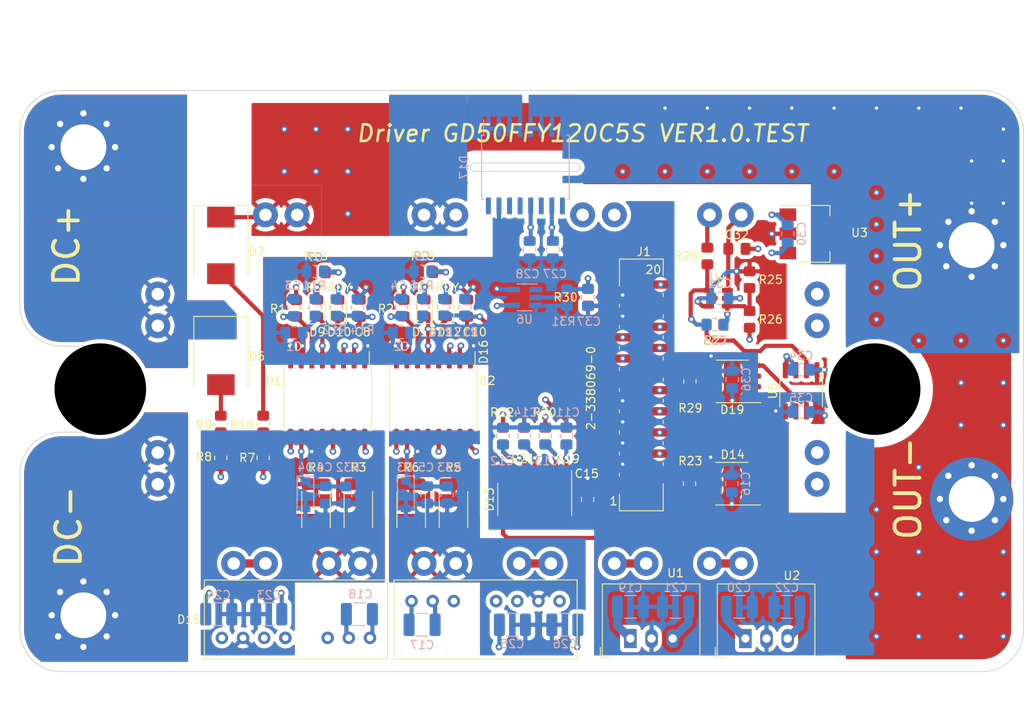
<source format=kicad_pcb>
(kicad_pcb (version 20211014) (generator pcbnew)
  (layers (0 "F.Cu" signal) (1 "In1.Cu" signal) (2 "In2.Cu" signal) (3 "In3.Cu" signal) (4 "In4.Cu" signal) (31 "B.Cu" signal) (34 "B.Paste" user) (35 "F.Paste" user) (36 "B.SilkS" user "B.Silkscreen") (37 "F.SilkS" user "F.Silkscreen") (38 "B.Mask" user) (39 "F.Mask" user) (44 "Edge.Cuts" user))
  (net 0 "")
  (net 1 "GND")
  (net 2 "Net-(C3-Pad2)")
  (net 3 "Net-(C4-Pad2)")
  (net 4 "Net-(C5-Pad1)")
  (net 5 "Net-(C6-Pad1)")
  (net 6 "E2")
  (net 7 "FLT_L1")
  (net 8 "RDY_L1")
  (net 9 "FLT_H1")
  (net 10 "RDY_H1")
  (net 11 "Net-(C11-Pad1)")
  (net 12 "Net-(C12-Pad1)")
  (net 13 "Net-(C13-Pad1)")
  (net 14 "Net-(C14-Pad1)")
  (net 15 "+15V")
  (net 16 "+5V")
  (net 17 "+15V_L1")
  (net 18 "-15V_L1")
  (net 19 "+15V_H1")
  (net 20 "-15V_H1")
  (net 21 "Current")
  (net 22 "+3.3VA")
  (net 23 "Net-(C33-Pad1)")
  (net 24 "Net-(C33-Pad2)")
  (net 25 "PWM2_P")
  (net 26 "PWM2_N")
  (net 27 "Net-(D1-Pad12)")
  (net 28 "Net-(D1-Pad14)")
  (net 29 "G2")
  (net 30 "PWM1_P")
  (net 31 "PWM1_N")
  (net 32 "Net-(D2-Pad12)")
  (net 33 "Net-(D2-Pad14)")
  (net 34 "Net-(D5-Pad2)")
  (net 35 "Net-(D7-Pad2)")
  (net 36 "Net-(D9-Pad2)")
  (net 37 "Net-(D10-Pad2)")
  (net 38 "Net-(D11-Pad2)")
  (net 39 "Net-(D12-Pad2)")
  (net 40 "/Indication/FLT")
  (net 41 "/Indication/RDY")
  (net 42 "Net-(D13-Pad8)")
  (net 47 "Fault_P")
  (net 48 "Fault_N")
  (net 53 "OUT2")
  (net 55 "Net-(D19-Pad4)")
  (net 56 "Temp_P")
  (net 57 "Temp_N")
  (net 58 "+3V3")
  (net 59 "Net-(R10-Pad2)")
  (net 60 "Net-(R8-Pad1)")
  (net 63 "RST_H1")
  (net 64 "Net-(C37-Pad1)")
  (net 65 "Reset")
  (net 66 "Net-(D20-Pad1)")
  (net 67 "G3")
  (net 68 "E3")
  (net 69 "Net-(D20-Pad7)")
  (net 70 "Net-(D20-Pad10)")
  (net 71 "Net-(D20-Pad11)")
  (net 72 "NTC1")
  (net 73 "NTC2")
  (net 74 "OUT2_Sens")
  (net 78 "Net-(D20-Pad27)")
  (net 79 "DESAT_H")
  (net 80 "OUT1")
  (footprint "Package_SO:SOIC-16W_7.5x10.3mm_P1.27mm" (layer "F.Cu") (at 125.857 98.425 -90)
    (fp_text reference "D1")
    (fp_text value "ADUM4135")
  )
  (footprint "Resistor_SMD:R_2512_6332Metric_Pad1.40x3.35mm_HandSolder" (layer "F.Cu") (at 129.54 111.76 90)
    (fp_text reference "R3")
    (fp_text value "3.9")
  )
  (footprint "Package_TO_SOT_SMD:SOT-223" (layer "F.Cu") (at 184.277 78.613)
    (fp_text reference "U3")
    (fp_text value "LM1117GS-3.3")
  )
  (footprint "Resistor_SMD:R_0805_2012Metric_Pad1.20x1.40mm_HandSolder" (layer "F.Cu") (at 146.9136 102.9208 90)
    (fp_text reference "R22")
    (fp_text value "120")
  )
  (footprint "Resistor_SMD:R_0805_2012Metric_Pad1.20x1.40mm_HandSolder" (layer "F.Cu") (at 157.126914 86.2432 -90)
    (fp_text reference "R30")
    (fp_text value "120")
  )
  (footprint "Resistor_SMD:R_0805_2012Metric_Pad1.20x1.40mm_HandSolder" (layer "F.Cu") (at 122.0724 87.5792 -90)
    (fp_text reference "R1")
    (fp_text value "120")
  )
  (footprint "Capacitor_SMD:C_0805_2012Metric_Pad1.18x1.45mm_HandSolder" (layer "F.Cu") (at 142.5956 87.5538 90)
    (fp_text reference "C10")
    (fp_text value "56p")
  )
  (footprint "Converter_DCDC:Converter_DCDC_RECOM_R-78E-0.5_THT" (layer "F.Cu") (at 162.2175 127.254)
    (fp_text reference "U1")
    (fp_text value "R-783.3-1.0")
  )
  (footprint "Resistor_SMD:R_0805_2012Metric_Pad1.20x1.40mm_HandSolder" (layer "F.Cu") (at 113.02 105.537 -90)
    (fp_text reference "R8")
    (fp_text value "1.1k")
  )
  (footprint "Mornsun:WRA1215S-3WR2" (layer "F.Cu") (at 144.9945 122.758)
    (fp_text reference "D16")
    (fp_text value "WRA1215S-3WR2")
  )
  (footprint "Resistor_SMD:R_0805_2012Metric_Pad1.20x1.40mm_HandSolder" (layer "F.Cu") (at 169.3164 108.6452 90)
    (fp_text reference "R23")
    (fp_text value "120")
  )
  (footprint "Resistor_SMD:R_0805_2012Metric_Pad1.20x1.40mm_HandSolder" (layer "F.Cu") (at 154.5336 102.9208 90)
    (fp_text reference "R19")
    (fp_text value "120")
  )
  (footprint "Package_SO:SOIC-8_3.9x4.9mm_P1.27mm" (layer "F.Cu") (at 182.7276 97.4852 -90)
    (fp_text reference "U5")
    (fp_text value "ADuM1200AR")
  )
  (footprint "Package_SO:SOIC-8_3.9x4.9mm_P1.27mm" (layer "F.Cu") (at 174.3964 108.6452 180)
    (fp_text reference "D14")
    (fp_text value "ADM3485E")
  )
  (footprint "Resistor_SMD:R_0805_2012Metric_Pad1.20x1.40mm_HandSolder" (layer "F.Cu") (at 134.9756 87.5538 -90)
    (fp_text reference "R2")
    (fp_text value "120")
  )
  (footprint "Capacitor_SMD:C_0805_2012Metric_Pad1.18x1.45mm_HandSolder" (layer "F.Cu") (at 157.0736 110.5408 90)
    (fp_text reference "C15")
    (fp_text value "2.2u")
  )
  (footprint "Resistor_SMD:R_0805_2012Metric_Pad1.20x1.40mm_HandSolder" (layer "F.Cu") (at 124.6124 83.2612 180)
    (fp_text reference "R13")
    (fp_text value "10k")
  )
  (footprint "Resistor_SMD:R_0805_2012Metric_Pad1.20x1.40mm_HandSolder" (layer "F.Cu") (at 137.5156 83.2358 180)
    (fp_text reference "R15")
    (fp_text value "10k")
  )
  (footprint "Resistor_SMD:R_0805_2012Metric_Pad1.20x1.40mm_HandSolder" (layer "F.Cu") (at 171.45 81.28 90)
    (fp_text reference "R28")
    (fp_text value "2.2k")
  )
  (footprint "Resistor_SMD:R_0805_2012Metric_Pad1.20x1.40mm_HandSolder" (layer "F.Cu") (at 176.53 88.9 90)
    (fp_text reference "R26")
    (fp_text value "10k")
  )
  (footprint "Resistor_SMD:R_2512_6332Metric_Pad1.40x3.35mm_HandSolder" (layer "F.Cu") (at 135.89 111.76 90)
    (fp_text reference "R6")
    (fp_text value "3.9")
  )
  (footprint "Diode_SMD:D_SMC" (layer "F.Cu") (at 113.03 93.345 -90)
    (fp_text reference "D5")
    (fp_text value "MURS360T3G")
  )
  (footprint "Resistor_SMD:R_0805_2012Metric_Pad1.20x1.40mm_HandSolder" (layer "F.Cu") (at 176.53 84.1248 90)
    (fp_text reference "R25")
    (fp_text value "10k")
  )
  (footprint "LED_SMD:LED_0805_2012Metric_Pad1.15x1.40mm_HandSolder" (layer "F.Cu") (at 127.1524 87.5792 90)
    (fp_text reference "D10")
    (fp_text value "RDY")
  )
  (footprint "Resistor_SMD:R_0805_2012Metric_Pad1.20x1.40mm_HandSolder" (layer "F.Cu") (at 113.02 101.473 -90)
    (fp_text reference "R9")
    (fp_text value "0")
  )
  (footprint "IGBT_Modul:GD50FFY120C5S" (layer "F.Cu") (at 98.552 97.282)
    (fp_text reference "D20" hide)
    (fp_text value "GD50FFY120C5S")
  )
  (footprint "LED_SMD:LED_0805_2012Metric_Pad1.15x1.40mm_HandSolder" (layer "F.Cu") (at 124.6124 87.5792 90)
    (fp_text reference "D9")
    (fp_text value "FLT")
  )
  (footprint "Resistor_SMD:R_0805_2012Metric_Pad1.20x1.40mm_HandSolder" (layer "F.Cu") (at 118.11 105.537 -90)
    (fp_text reference "R7")
    (fp_text value "1.1k")
  )
  (footprint "Resistor_SMD:R_0805_2012Metric_Pad1.20x1.40mm_HandSolder" (layer "F.Cu") (at 151.9936 102.9208 90)
    (fp_text reference "R20")
    (fp_text value "120")
  )
  (footprint "Capacitor_SMD:C_0805_2012Metric_Pad1.18x1.45mm_HandSolder" (layer "F.Cu") (at 175.006 80.4164)
    (fp_text reference "C32")
    (fp_text value "10n")
  )
  (footprint "Package_TO_SOT_SMD:SOT-23-5" (layer "F.Cu") (at 172.72 86.36 180)
    (fp_text reference "U4")
    (fp_text value "LMV331")
  )
  (footprint "Connector_Power:M5" (layer "F.Cu") (at 203.2 79.97)
    (fp_text reference "J5" hide)
    (fp_text value "OUT2")
  )
  (footprint "Resistor_SMD:R_0805_2012Metric_Pad1.20x1.40mm_HandSolder" (layer "F.Cu") (at 118.11 101.473 -90)
    (fp_text reference "R10")
    (fp_text value "0")
  )
  (footprint "Connector_Power:M5" (layer "F.Cu") (at 96.52 68.199)
    (fp_text reference "J2" hide)
    (fp_text value "DC+")
  )
  (footprint "Converter_DCDC:Converter_DCDC_RECOM_R-78E-0.5_THT" (layer "F.Cu") (at 176.0265 127.2585)
    (fp_text reference "U2")
    (fp_text value "R-785.0-1.0")
  )
  (footprint "Package_SO:SOIC-14_3.9x8.7mm_P1.27mm" (layer "F.Cu") (at 150.7236 110.5408 -90)
    (fp_text reference "D13")
    (fp_text value "SN74AC08DR")
  )
  (footprint "Resistor_SMD:R_0805_2012Metric_Pad1.20x1.40mm_HandSolder" (layer "F.Cu") (at 149.4536 102.9208 90)
    (fp_text reference "R21")
    (fp_text value "120")
  )
  (footprint "Diode_SMD:D_SMC" (layer "F.Cu") (at 113.03 80.01 -90)
    (fp_text reference "D7")
    (fp_text value "MURS360T3G")
  )
  (footprint "Mornsun:WRA1215S-3WR2" (layer "F.Cu") (at 121.871 127.179 180)
    (fp_text reference "D15")
    (fp_text value "WRA1215S-3WR2")
  )
  (footprint "Package_SO:SOIC-8_3.9x4.9mm_P1.27mm" (layer "F.Cu") (at 174.4472 96.3516 180)
    (fp_text reference "D19")
    (fp_text value "ADM3485E")
  )
  (footprint "Capacitor_SMD:C_0805_2012Metric_Pad1.18x1.45mm_HandSolder" (layer "F.Cu") (at 129.6924 87.5792 90)
    (fp_text reference "C8")
    (fp_text value "56p")
  )
  (footprint "Resistor_SMD:R_2512_6332Metric_Pad1.40x3.35mm_HandSolder" (layer "F.Cu") (at 124.46 111.76 90)
    (fp_text reference "R4")
    (fp_text value "3.9")
  )
  (footprint "Resistor_SMD:R_0805_2012Metric_Pad1.20x1.40mm_HandSolder" (layer "F.Cu") (at 169.3672 96.3516 90)
    (fp_text reference "R29")
    (fp_text value "120")
  )
  (footprint "Resistor_SMD:R_2512_6332Metric_Pad1.40x3.35mm_HandSolder" (layer "F.Cu") (at 140.97 111.76 90)
    (fp_text reference "R5")
    (fp_text value "3.9")
  )
  (footprint "LED_SMD:LED_0805_2012Metric_Pad1.15x1.40mm_HandSolder" (layer "F.Cu") (at 137.5156 87.5538 90)
    (fp_text reference "D11")
    (fp_text value "FLT")
  )
  (footprint "Connector_My:2-338069-0" (layer "F.Cu") (at 165.775001 108.839 90)
    (fp_text reference "J1")
    (fp_text value "2-338069-0")
  )
  (footprint "Resistor_SMD:R_0805_2012Metric_Pad1.20x1.40mm_HandSolder" (layer "F.Cu") (at 172.3724 89.535 180)
    (fp_text reference "R27")
    (fp_text value "10k")
  )
  (footprint "Connector_Power:M5" (layer "F.Cu") (at 203.2 110.49)
    (fp_text reference "J4" hide)
    (fp_text value "OUT1")
  )
  (footprint "LED_SMD:LED_0805_2012Metric_Pad1.15x1.40mm_HandSolder" (layer "F.Cu") (at 140.0556 87.5538 90)
    (fp_text reference "D12")
    (fp_text value "RDY")
  )
  (footprint "Connector_Power:M5" (layer "F.Cu") (at 96.52 124.46)
    (fp_text reference "J3" hide)
    (fp_text value "DC-")
  )
  (footprint "Package_SO:SOIC-16W_7.5x10.3mm_P1.27mm" (layer "F.Cu") (at 138.557 98.425 -90)
    (fp_text reference "D2")
    (fp_text value "ADUM4135")
  )
  (footprint "Capacitor_SMD:C_0805_2012Metric_Pad1.18x1.45mm_HandSolder" (layer "B.Cu") (at 125.603 109.982 -90)
    (fp_text reference "C6")
    (fp_text value "220p")
  )
  (footprint "Capacitor_SMD:C_0805_2012Metric_Pad1.18x1.45mm_HandSolder" (layer "B.Cu") (at 149.4536 102.9208 90)
    (fp_text reference "C14")
    (fp_text value "56p")
  )
  (footprint "Capacitor_SMD:C_0805_2012Metric_Pad1.18x1.45mm_HandSolder" (layer "B.Cu") (at 150.114 80.518 -90)
    (fp_text reference "C28")
    (fp_text value "1n")
  )
  (footprint "Resistor_SMD:R_0805_2012Metric_Pad1.20x1.40mm_HandSolder" (layer "B.Cu") (at 128.016 109.982 90)
    (fp_text reference "R32")
    (fp_text value "0")
  )
  (footprint "Resistor_SMD:R_0805_2012Metric_Pad1.20x1.40mm_HandSolder" (layer "B.Cu") (at 129.4384 87.4522 90)
    (fp_text reference "R14")
    (fp_text value "120")
  )
  (footprint "Capacitor_SMD:C_0805_2012Metric_Pad1.18x1.45mm_HandSolder" (layer "B.Cu") (at 174.3964 108.6452 90)
    (fp_text reference "C16")
    (fp_text value "2.2u")
  )
  (footprint "Capacitor_SMD:C_0805_2012Metric_Pad1.18x1.45mm_HandSolder" (layer "B.Cu") (at 137.2616 83.1088 180)
    (fp_text reference "C9")
    (fp_text value "56p")
  )
  (footprint "Resistor_SMD:R_0805_2012Metric_Pad1.20x1.40mm_HandSolder" (layer "B.Cu") (at 137.2616 87.4268 -90)
    (fp_text reference "R16")
    (fp_text value "330")
  )
  (footprint "Capacitor_SMD:C_0805_2012Metric_Pad1.18x1.45mm_HandSolder" (layer "B.Cu") (at 121.8184 90.5002)
    (fp_text reference "C1")
    (fp_text value "0.1u")
  )
  (footprint "Capacitor_SMD:C_1210_3225Metric_Pad1.33x2.70mm_HandSolder" (layer "B.Cu") (at 118.7835 124.333 180)
    (fp_text reference "C23")
    (fp_text value "10u")
  )
  (footprint "Capacitor_SMD:C_0805_2012Metric_Pad1.18x1.45mm_HandSolder" (layer "B.Cu") (at 174.4472 96.1191 90)
    (fp_text reference "C36")
    (fp_text value "2.2u")
  )
  (footprint "Resistor_SMD:R_0805_2012Metric_Pad1.20x1.40mm_HandSolder" (layer "B.Cu") (at 126.8984 87.4522 -90)
    (fp_text reference "R12")
    (fp_text value "330")
  )
  (footprint "Capacitor_SMD:C_0805_2012Metric_Pad1.18x1.45mm_HandSolder" (layer "B.Cu") (at 182.7276 100.0252 180)
    (fp_text reference "C35")
    (fp_text value "2.2u")
  )
  (footprint "Capacitor_SMD:C_1210_3225Metric_Pad1.33x2.70mm_HandSolder" (layer "B.Cu") (at 175.2985 123.4485)
    (fp_text reference "C20")
    (fp_text value "10u")
  )
  (footprint "Package_TO_SOT_SMD:SOT-23-5_HandSoldering" (layer "B.Cu") (at 149.5044 86.2584 180)
    (fp_text reference "U6")
    (fp_text value "74LVC1G04")
  )
  (footprint "Capacitor_SMD:C_0805_2012Metric_Pad1.18x1.45mm_HandSolder" (layer "B.Cu") (at 137.795 109.982 -90)
    (fp_text reference "C5")
    (fp_text value "220p")
  )
  (footprint "Package_SO:SOIC-16W_7.5x10.3mm_P1.27mm" (layer "B.Cu") (at 149.606 70.612 -90)
    (fp_text reference "D17")
    (fp_text value "NSM2011-50B5R-DSWR")
  )
  (footprint "Capacitor_SMD:C_0805_2012Metric_Pad1.18x1.45mm_HandSolder" (layer "B.Cu") (at 134.7216 87.4268 -90)
    (fp_text reference "C4")
    (fp_text value "56p")
  )
  (footprint "Resistor_SMD:R_0805_2012Metric_Pad1.20x1.40mm_HandSolder" (layer "B.Cu") (at 140.208 109.982 90)
    (fp_text reference "R33")
    (fp_text value "0")
  )
  (footprint "Capacitor_SMD:C_0805_2012Metric_Pad1.18x1.45mm_HandSolder" (layer "B.Cu") (at 154.5336 102.9208 90)
    (fp_text reference "C11")
    (fp_text value "56p")
  )
  (footprint "Diode_SMD:D_SOD-123" (layer "B.Cu") (at 135.255 109.982 -90)
    (fp_text reference "D3")
    (fp_text value "MMSZ5240B")
  )
  (footprint "Capacitor_SMD:C_1210_3225Metric_Pad1.33x2.70mm_HandSolder" (layer "B.Cu") (at 167.64 123.444 180)
    (fp_text reference "C21")
    (fp_text value "10u")
  )
  (footprint "Diode_SMD:D_SOD-123" (layer "B.Cu") (at 123.19 109.982 -90)
    (fp_text reference "D4")
    (fp_text value "MMSZ5240B")
  )
  (footprint "Capacitor_SMD:C_0805_2012Metric_Pad1.18x1.45mm_HandSolder" (layer "B.Cu") (at 146.9136 102.9208 90)
    (fp_text reference "C12")
    (fp_text value "56p")
  )
  (footprint "Capacitor_SMD:C_1210_3225Metric_Pad1.33x2.70mm_HandSolder" (layer "B.Cu") (at 129.667 124.333)
    (fp_text reference "C18")
    (fp_text value "10u")
  )
  (footprint "Resistor_SMD:R_0805_2012Metric_Pad1.20x1.40mm_HandSolder" (layer "B.Cu") (at 154.5844 86.2584 -90)
    (fp_text reference "R31")
    (fp_text value "10k")
  )
  (footprint "Capacitor_SMD:C_1210_3225Metric_Pad1.33x2.70mm_HandSolder" (layer "B.Cu") (at 181.0135 123.4485 180)
    (fp_text reference "C22")
    (fp_text value "10u")
  )
  (footprint "Capacitor_SMD:C_0805_2012Metric_Pad1.18x1.45mm_HandSolder" (layer "B.Cu") (at 181.102 78.613 90)
    (fp_text reference "C30")
    (fp_text value "2.2u")
  )
  (footprint "Capacitor_SMD:C_1210_3225Metric_Pad1.33x2.70mm_HandSolder" (layer "B.Cu") (at 162.2175 123.444)
    (fp_text reference "C19")
    (fp_text value "10u")
  )
  (footprint "Resistor_SMD:R_0805_2012Metric_Pad1.20x1.40mm_HandSolder" (layer "B.Cu") (at 142.3416 87.4268 90)
    (fp_text reference "R17")
    (fp_text value "120")
  )
  (footprint "Capacitor_SMD:C_0805_2012Metric_Pad1.18x1.45mm_HandSolder" (layer "B.Cu") (at 134.7216 90.4748)
    (fp_text reference "C2")
    (fp_text value "0.1u")
  )
  (footprint "Capacitor_SMD:C_0805_2012Metric_Pad1.18x1.45mm_HandSolder" (layer "B.Cu") (at 124.3584 83.1342 180)
    (fp_text reference "C7")
    (fp_text value "56p")
  )
  (footprint "Capacitor_SMD:C_0805_2012Metric_Pad1.18x1.45mm_HandSolder" (layer "B.Cu") (at 172.9525 86.36)
    (fp_text reference "C31")
    (fp_text value "2.2u")
  )
  (footprint "Capacitor_SMD:C_0805_2012Metric_Pad1.18x1.45mm_HandSolder" (layer "B.Cu") (at 151.9936 102.9208 90)
    (fp_text reference "C13")
    (fp_text value "56p")
  )
  (footprint "Capacitor_SMD:C_1210_3225Metric_Pad1.33x2.70mm_HandSolder" (layer "B.Cu") (at 112.776 124.333 180)
    (fp_text reference "C24")
    (fp_text value "10u")
  )
  (footprint "Resistor_SMD:R_0805_2012Metric_Pad1.20x1.40mm_HandSolder" (layer "B.Cu") (at 124.3584 87.4522 -90)
    (fp_text reference "R11")
    (fp_text value "330")
  )
  (footprint "Capacitor_SMD:C_0805_2012Metric_Pad1.18x1.45mm_HandSolder" (layer "B.Cu") (at 182.7276 94.9452 180)
    (fp_text reference "C34")
    (fp_text value "2.2u")
  )
  (footprint "Capacitor_SMD:C_0805_2012Metric_Pad1.18x1.45mm_HandSolder" (layer "B.Cu") (at 152.908 80.518 -90)
    (fp_text reference "C27")
    (fp_text value "4.7u")
  )
  (footprint "Capacitor_SMD:C_1210_3225Metric_Pad1.33x2.70mm_HandSolder" (layer "B.Cu") (at 137.1985 125.603 180)
    (fp_text reference "C17")
    (fp_text value "10u")
  )
  (footprint "Resistor_SMD:R_0805_2012Metric_Pad1.20x1.40mm_HandSolder" (layer "B.Cu") (at 139.8016 87.4268 -90)
    (fp_text reference "R18")
    (fp_text value "330")
  )
  (footprint "Capacitor_SMD:C_0805_2012Metric_Pad1.18x1.45mm_HandSolder" (layer "B.Cu") (at 121.8184 87.4522 -90)
    (fp_text reference "C3")
    (fp_text value "56p")
  )
  (footprint "Capacitor_SMD:C_1210_3225Metric_Pad1.33x2.70mm_HandSolder" (layer "B.Cu") (at 148.0435 125.603)
    (fp_text reference "C25")
    (fp_text value "10u")
  )
  (footprint "Capacitor_SMD:C_1210_3225Metric_Pad1.33x2.70mm_HandSolder" (layer "B.Cu") (at 154.3435 125.603)
    (fp_text reference "C26")
    (fp_text value "10u")
  )
  (footprint "Capacitor_SMD:C_0805_2012Metric_Pad1.18x1.45mm_HandSolder" (layer "B.Cu") (at 157.1244 86.2584 -90)
    (fp_text reference "C37")
    (fp_text value "56p")
  )
  (footprint "Capacitor_SMD:C_0805_2012Metric_Pad1.18x1.45mm_HandSolder" (layer "B.Cu") (at 172.3724 89.535 180)
    (fp_text reference "C33")
    (fp_text value "56p")
  )
  (gr_line (start 143.51 70.104) (end 155.702 70.104) (layer "Edge.Cuts") (width 0.1))
  (gr_line (start 88.899999 126.239999) (end 88.9 107.45) (layer "Edge.Cuts") (width 0.1))
  (gr_arc (start 88.9 107.45) (mid 90.364466 103.914467) (end 93.9 102.45) (layer "Edge.Cuts") (width 0.1))
  (gr_line (start 204.422001 61.390001) (end 93.88 61.39) (layer "Edge.Cuts") (width 0.1))
  (gr_line (start 88.879999 87.114) (end 88.88 66.39) (layer "Edge.Cuts") (width 0.1))
  (gr_line (start 93.879999 92.114) (end 98.806 92.114) (layer "Edge.Cuts") (width 0.1))
  (gr_arc (start 93.879999 92.114) (mid 90.344466 90.649534) (end 88.879999 87.114) (layer "Edge.Cuts") (width 0.1))
  (gr_arc (start 204.422001 61.390001) (mid 207.964612 62.853259) (end 209.442 66.390001) (layer "Edge.Cuts") (width 0.1))
  (gr_line (start 209.442 126.24) (end 209.442 66.390001) (layer "Edge.Cuts") (width 0.1))
  (gr_line (start 98.806 102.45) (end 93.9 102.45) (layer "Edge.Cuts") (width 0.1))
  (gr_arc (start 98.806 92.114) (mid 103.974 97.282) (end 98.806 102.45) (layer "Edge.Cuts") (width 0.1))
  (gr_arc (start 143.51 71.12) (mid 143.002 70.612) (end 143.51 70.104) (layer "Edge.Cuts") (width 0.1))
  (gr_line (start 204.442 131.24) (end 93.899999 131.239999) (layer "Edge.Cuts") (width 0.1))
  (gr_arc (start 155.702 70.104) (mid 156.21 70.612) (end 155.702 71.12) (layer "Edge.Cuts") (width 0.1))
  (gr_line (start 143.51 71.12) (end 155.702 71.12) (layer "Edge.Cuts") (width 0.1))
  (gr_arc (start 209.442 126.24) (mid 207.977534 129.775534) (end 204.442 131.24) (layer "Edge.Cuts") (width 0.1))
  (gr_arc (start 88.88 66.39) (mid 90.344466 62.854466) (end 93.88 61.39) (layer "Edge.Cuts") (width 0.1))
  (gr_arc (start 93.899999 131.239999) (mid 90.364465 129.775533) (end 88.899999 126.239999) (layer "Edge.Cuts") (width 0.1))
  (gr_text "Driver GD50FFY120C5S VER1.0.TEST" (at 156.464 66.548) (layer "F.SilkS") (effects (font (size 2 2) (thickness 0.3) italic)))
  (gr_text "FLT" (at 137.16 85.09) (layer "F.SilkS") (effects (font (size 1 1))))
  (gr_text "DC-\n" (at 94.742 113.792 90) (layer "F.SilkS") (effects (font (size 3 3) (thickness 0.45))))
  (gr_text "OUT+\n" (at 195.58 79.375 90) (layer "F.SilkS") (effects (font (size 3 3) (thickness 0.45))))
  (gr_text "RDY" (at 140.208 85.09) (layer "F.SilkS") (effects (font (size 1 1))))
  (gr_text "OUT-\n" (at 195.58 109.22 90) (layer "F.SilkS") (effects (font (size 3 3) (thickness 0.45))))
  (gr_text "FLT" (at 124.46 85.09) (layer "F.SilkS") (effects (font (size 1 1))))
  (gr_text "DC+\n" (at 94.488 80.01 90) (layer "F.SilkS") (effects (font (size 3 3) (thickness 0.45))))
  (gr_text "RDY" (at 127.254 85.09) (layer "F.SilkS") (effects (font (size 1 1))))
  (segment (start 171.9722 94.4466) (end 171.9722 93.3686) (width 0.5) (layer "F.Cu") (net 1))
  (segment (start 143.002 92.456) (end 143.383 92.075) (width 0.5) (layer "F.Cu") (net 1))
  (segment (start 142.5956 86.5163) (end 142.5956 85.7758) (width 0.5) (layer "F.Cu") (net 1))
  (segment (start 140.0556 88.5788) (end 140.0556 89.0157) (width 0.5) (layer "F.Cu") (net 1))
  (segment (start 157.0736 109.5033) (end 157.0736 108.2548) (width 0.5) (layer "F.Cu") (net 1))
  (segment (start 171.9722 93.3686) (end 171.9072 93.3036) (width 0.5) (layer "F.Cu") (net 1))
  (segment (start 140.0556 89.0157) (end 139.065 90.0063) (width 0.5) (layer "F.Cu") (net 1))
  (segment (start 121.412 93.775) (end 121.412 92.202) (width 0.5) (layer "F.Cu") (net 1))
  (segment (start 129.6924 86.0552) (end 128.6764 85.0392) (width 0.5) (layer "F.Cu") (net 1))
  (segment (start 129.6924 86.5417) (end 129.6924 86.0552) (width 0.5) (layer "F.Cu") (net 1))
  (segment (start 121.412 92.202) (end 121.285 92.075) (width 0.5) (layer "F.Cu") (net 1))
  (segment (start 134.112 92.202) (end 133.985 92.075) (width 0.5) (layer "F.Cu") (net 1))
  (segment (start 127.1524 89.2443) (end 126.365 90.0317) (width 0.5) (layer "F.Cu") (net 1))
  (segment (start 127.1524 88.6042) (end 127.1524 89.2443) (width 0.5) (layer "F.Cu") (net 1))
  (segment (start 171.9214 106.7402) (end 171.9214 105.5352) (width 0.5) (layer "F.Cu") (net 1))
  (segment (start 146.9136 108.0658) (end 146.9136 106.7816) (width 0.5) (layer "F.Cu") (net 1))
  (segment (start 130.302 93.775) (end 130.302 92.456) (width 0.5) (layer "F.Cu") (net 1))
  (segment (start 142.5956 85.7758) (end 141.8336 85.0138) (width 0.5) (layer "F.Cu") (net 1))
  (segment (start 130.302 92.456) (end 130.683 92.075) (width 0.5) (layer "F.Cu") (net 1))
  (segment (start 146.9136 106.7816) (end 146.304 106.172) (width 0.5) (layer "F.Cu") (net 1))
  (segment (start 180.8226 99.9602) (end 179.7416 99.9602) (width 0.5) (layer "F.Cu") (net 1))
  (segment (start 134.112 93.775) (end 134.112 92.202) (width 0.5) (layer "F.Cu") (net 1))
  (segment (start 179.7416 99.9602) (end 179.6796 99.8982) (width 0.5) (layer "F.Cu") (net 1))
  (segment (start 143.002 93.775) (end 143.002 92.456) (width 0.5) (layer "F.Cu") (net 1))
  (via (at 179.6796 99.8982) (size 0.8) (drill 0.4) (layers "F.Cu" "B.Cu") (net 1))
  (via (at 133.985 92.075) (size 0.8) (drill 0.4) (layers "F.Cu" "B.Cu") (net 1))
  (via (at 171.9072 93.3036) (size 0.8) (drill 0.4) (layers "F.Cu" "B.Cu") (net 1))
  (via (at 139.065 90.0063) (size 0.8) (drill 0.4) (layers "F.Cu" "B.Cu") (net 1))
  (via (at 126.365 90.0317) (size 0.8) (drill 0.4) (layers "F.Cu" "B.Cu") (net 1))
  (via (at 171.8564 105.4702) (size 0.8) (drill 0.4) (layers "F.Cu" "B.Cu") (net 1))
  (via (at 121.285 92.075) (size 0.8) (drill 0.4) (layers "F.Cu" "B.Cu") (net 1))
  (via (at 143.383 92.075) (size 0.8) (drill 0.4) (layers "F.Cu" "B.Cu") (net 1))
  (via (at 161.29 98.679) (size 0.8) (drill 0.4) (layers "F.Cu" "B.Cu") (net 1))
  (via (at 161.29 85.979) (size 0.8) (drill 0.4) (layers "F.Cu" "B.Cu") (net 1))
  (via (at 128.6764 85.0392) (size 0.8) (drill 0.4) (layers "F.Cu" "B.Cu") (net 1))
  (via (at 130.683 92.075) (size 0.8) (drill 0.4) (layers "F.Cu" "B.Cu") (net 1))
  (via (at 157.0736 108.0008) (size 0.8) (drill 0.4) (layers "F.Cu" "B.Cu") (net 1))
  (via (at 161.29 103.759) (size 0.8) (drill 0.4) (layers "F.Cu" "B.Cu") (net 1))
  (via (at 146.304 106.172) (size 0.8) (drill 0.4) (layers "F.Cu" "B.Cu") (net 1))
  (via (at 141.8336 85.0138) (size 0.8) (drill 0.4) (layers "F.Cu" "B.Cu") (net 1))
  (via (at 161.29 106.299) (size 0.8) (drill 0.4) (layers "F.Cu" "B.Cu") (net 1))
  (via (at 161.29 88.519) (size 0.8) (drill 0.4) (layers "F.Cu" "B.Cu") (net 1))
  (via (at 161.29 101.219) (size 0.8) (drill 0.4) (layers "F.Cu" "B.Cu") (net 1))
  (segment (start 131.2295 126.8865) (end 130.937 127.179) (width 0.5) (layer "B.Cu") (net 1))
  (segment (start 135.9285 122.758) (end 135.9285 125.3105) (width 0.5) (layer "B.Cu") (net 1))
  (segment (start 135.9285 125.3105) (end 135.636 125.603) (width 0.5) (layer "B.Cu") (net 1))
  (segment (start 131.2295 124.333) (end 131.2295 126.8865) (width 0.5) (layer "B.Cu") (net 1))
  (segment (start 123.952 93.775) (end 123.952 90.4588) (width 0.5) (layer "F.Cu") (net 2))
  (segment (start 120.5484 88.5952) (end 122.0564 88.5952) (width 0.5) (layer "F.Cu") (net 2))
  (segment (start 123.952 90.4588) (end 122.0724 88.5792) (width 0.5) (layer "F.Cu") (net 2))
  (segment (start 122.0564 88.5952) (end 122.0724 88.5792) (width 0.5) (layer "F.Cu") (net 2))
  (via (at 120.5484 88.5952) (size 0.8) (drill 0.4) (layers "F.Cu" "B.Cu") (net 2))
  (segment (start 120.6539 88.4897) (end 120.5484 88.5952) (width 0.5) (layer "B.Cu") (net 2))
  (segment (start 121.8184 88.4897) (end 120.6539 88.4897) (width 0.5) (layer "B.Cu") (net 2))
  (segment (start 136.652 90.2302) (end 134.9756 88.5538) (width 0.5) (layer "F.Cu") (net 3))
  (segment (start 134.9756 88.5538) (end 133.4676 88.5538) (width 0.5) (layer "F.Cu") (net 3))
  (segment (start 136.652 93.775) (end 136.652 90.2302) (width 0.5) (layer "F.Cu") (net 3))
  (segment (start 133.4676 88.5538) (end 133.4516 88.5698) (width 0.5) (layer "F.Cu") (net 3))
  (via (at 133.4516 88.5698) (size 0.8) (drill 0.4) (layers "F.Cu" "B.Cu") (net 3))
  (segment (start 133.4516 88.5698) (end 134.6161 88.5698) (width 0.5) (layer "B.Cu") (net 3))
  (segment (start 113.02 107.813) (end 113.03 107.823) (width 0.5) (layer "F.Cu") (net 4))
  (segment (start 113.02 106.537) (end 113.02 107.813) (width 0.5) (layer "F.Cu") (net 4))
  (segment (start 135.382 103.075) (end 135.382 104.902) (width 0.5) (layer "F.Cu") (net 4))
  (via (at 135.382 104.775) (size 0.8) (drill 0.4) (layers "F.Cu" "B.Cu") (net 4))
  (via (at 113.03 107.823) (size 0.8) (drill 0.4) (layers "F.Cu" "B.Cu") (net 4))
  (segment (start 135.8675 108.9445) (end 135.255 108.332) (width 0.5) (layer "B.Cu") (net 4))
  (segment (start 137.795 108.9445) (end 135.8675 108.9445) (width 0.5) (layer "B.Cu") (net 4))
  (segment (start 140.208 108.982) (end 137.8325 108.982) (width 0.5) (layer "B.Cu") (net 4))
  (segment (start 135.382 108.205) (end 135.255 108.332) (width 0.5) (layer "B.Cu") (net 4))
  (segment (start 137.8325 108.982) (end 137.795 108.9445) (width 0.5) (layer "B.Cu") (net 4))
  (segment (start 135.382 104.775) (end 135.382 108.205) (width 0.5) (layer "B.Cu") (net 4))
  (segment (start 118.11 106.537) (end 118.11 107.823) (width 0.5) (layer "F.Cu") (net 5))
  (segment (start 122.682 103.075) (end 122.682 104.902) (width 0.5) (layer "F.Cu") (net 5))
  (via (at 118.11 107.823) (size 0.8) (drill 0.4) (layers "F.Cu" "B.Cu") (net 5))
  (via (at 122.682 104.775) (size 0.8) (drill 0.4) (layers "F.Cu" "B.Cu") (net 5))
  (segment (start 122.682 107.824) (end 123.19 108.332) (width 0.5) (layer "B.Cu") (net 5))
  (segment (start 122.682 104.775) (end 122.682 107.824) (width 0.5) (layer "B.Cu") (net 5))
  (segment (start 128.016 108.982) (end 125.6405 108.982) (width 0.5) (layer "B.Cu") (net 5))
  (segment (start 123.8025 108.9445) (end 123.19 108.332) (width 0.5) (layer "B.Cu") (net 5))
  (segment (start 125.603 108.9445) (end 123.8025 108.9445) (width 0.5) (layer "B.Cu") (net 5))
  (segment (start 125.6405 108.982) (end 125.603 108.9445) (width 0.5) (layer "B.Cu") (net 5))
  (segment (start 123.952 103.075) (end 123.952 104.775) (width 0.5) (layer "F.Cu") (net 6))
  (via (at 123.952 104.775) (size 0.8) (drill 0.4) (layers "F.Cu" "B.Cu") (net 6))
  (segment (start 125.222 92.075) (end 125.222 89.2138) (width 0.5) (layer "F.Cu") (net 7))
  (segment (start 151.9936 101.9208) (end 151.9936 100.6348) (width 0.5) (layer "F.Cu") (net 7))
  (segment (start 125.222 89.2138) (end 124.6124 88.6042) (width 0.5) (layer "F.Cu") (net 7))
  (segment (start 125.222 92.075) (end 125.222 93.775) (width 0.5) (layer "F.Cu") (net 7))
  (segment (start 125.6124 83.2612) (end 127.1524 83.2612) (width 0.5) (layer "F.Cu") (net 7))
  (via (at 151.9936 100.6348) (size 0.8) (drill 0.4) (layers "F.Cu" "B.Cu") (net 7))
  (via (at 127.1524 83.2612) (size 0.8) (drill 0.4) (layers "F.Cu" "B.Cu") (net 7))
  (via (at 125.222 92.075) (size 0.8) (drill 0.4) (layers "F.Cu" "B.Cu") (net 7))
  (segment (start 127.0254 83.1342) (end 127.1524 83.2612) (width 0.5) (layer "B.Cu") (net 7))
  (segment (start 125.3959 83.1342) (end 127.0254 83.1342) (width 0.5) (layer "B.Cu") (net 7))
  (segment (start 126.492 91.313) (end 127.635 90.17) (width 0.5) (layer "F.Cu") (net 8))
  (segment (start 128.905 90.17) (end 129.6924 89.3826) (width 0.5) (layer "F.Cu") (net 8))
  (segment (start 127.635 90.17) (end 128.905 90.17) (width 0.5) (layer "F.Cu") (net 8))
  (segment (start 146.9136 101.9208) (end 146.9136 100.33) (width 0.5) (layer "F.Cu") (net 8))
  (segment (start 131.1949 88.6167) (end 129.6924 88.6167) (width 0.5) (layer "F.Cu") (net 8))
  (segment (start 131.2164 88.5952) (end 131.1949 88.6167) (width 0.5) (layer "F.Cu") (net 8))
  (segment (start 126.492 93.775) (end 126.492 91.313) (width 0.5) (layer "F.Cu") (net 8))
  (segment (start 129.6924 89.3826) (end 129.6924 88.6167) (width 0.5) (layer "F.Cu") (net 8))
  (via (at 131.2164 88.5952) (size 0.8) (drill 0.4) (layers "F.Cu" "B.Cu") (net 8))
  (via (at 146.9136 100.33) (size 0.8) (drill 0.4) (layers "F.Cu" "B.Cu") (net 8))
  (segment (start 129.5814 88.5952) (end 129.4384 88.4522) (width 0.5) (layer "B.Cu") (net 8))
  (segment (start 126.8984 88.4522) (end 129.4384 88.4522) (width 0.5) (layer "B.Cu") (net 8))
  (segment (start 131.2164 88.5952) (end 129.5814 88.5952) (width 0.5) (layer "B.Cu") (net 8))
  (segment (start 154.5336 101.9208) (end 154.5336 101.0666) (width 0.5) (layer "F.Cu") (net 9))
  (segment (start 154.5336 101.0666) (end 152.019 98.552) (width 0.5) (layer "F.Cu") (net 9))
  (segment (start 137.922 90.043) (end 137.922 88.9852) (width 0.5) (layer "F.Cu") (net 9))
  (segment (start 137.922 88.9852) (end 137.5156 88.5788) (width 0.5) (layer "F.Cu") (net 9))
  (segment (start 137.922 93.775) (end 137.922 91.948) (width 0.5) (layer "F.Cu") (net 9))
  (segment (start 138.5156 83.2358) (end 140.0556 83.2358) (width 0.5) (layer "F.Cu") (net 9))
  (segment (start 137.922 92.075) (end 137.922 90.043) (width 0.5) (layer "F.Cu") (net 9))
  (via (at 140.0556 83.2358) (size 0.8) (drill 0.4) (layers "F.Cu" "B.Cu") (net 9))
  (via (at 137.922 90.043) (size 0.8) (drill 0.4) (layers "F.Cu" "B.Cu") (net 9))
  (via (at 152.019 98.552) (size 0.8) (drill 0.4) (layers "F.Cu" "B.Cu") (net 9))
  (via (at 137.922 92.075) (size 0.8) (drill 0.4) (layers "F.Cu" "B.Cu") (net 9))
  (segment (start 138.2991 83.1088) (end 139.9286 83.1088) (width 0.5) (layer "B.Cu") (net 9))
  (segment (start 139.9286 83.1088) (end 140.0556 83.2358) (width 0.5) (layer "B.Cu") (net 9))
  (segment (start 149.4536 101.9208) (end 149.4536 100.6348) (width 0.5) (layer "F.Cu") (net 10))
  (segment (start 142.5956 89.8144) (end 142.5956 88.5913) (width 0.5) (layer "F.Cu") (net 10))
  (segment (start 140.335 90.17) (end 142.24 90.17) (width 0.5) (layer "F.Cu") (net 10))
  (segment (start 139.192 93.775) (end 139.192 91.313) (width 0.5) (layer "F.Cu") (net 10))
  (segment (start 144.1196 88.5698) (end 149.4536 93.9038) (width 0.5) (layer "F.Cu") (net 10))
  (segment (start 142.24 90.17) (end 142.5956 89.8144) (width 0.5) (layer "F.Cu") (net 10))
  (segment (start 144.1196 88.5698) (end 142.6171 88.5698) (width 0.5) (layer "F.Cu") (net 10))
  (segment (start 149.4536 93.9038) (end 149.4536 100.6348) (width 0.5) (layer "F.Cu") (net 10))
  (segment (start 139.192 91.313) (end 140.335 90.17) (width 0.5) (layer "F.Cu") (net 10))
  (segment (start 142.6171 88.5698) (end 142.5956 88.5913) (width 0.5) (layer "F.Cu") (net 10))
  (via (at 144.1196 88.5698) (size 0.8) (drill 0.4) (layers "F.Cu" "B.Cu") (net 10))
  (segment (start 142.4846 88.5698) (end 142.3416 88.4268) (width 0.5) (layer "B.Cu") (net 10))
  (segment (start 139.8016 88.4268) (end 142.3416 88.4268) (width 0.5) (layer "B.Cu") (net 10))
  (segment (start 144.1196 88.5698) (end 142.4846 88.5698) (width 0.5) (layer "B.Cu") (net 10))
  (segment (start 154.5336 105.5624) (end 154.5336 103.9208) (width 0.5) (layer "F.Cu") (net 11))
  (segment (start 154.5336 108.0658) (end 154.5336 105.5624) (width 0.5) (layer "F.Cu") (net 11))
  (via (at 154.5336 105.5624) (size 0.8) (drill 0.4) (layers "F.Cu" "B.Cu") (net 11))
  (segment (start 154.5336 105.5624) (end 154.5336 103.9583) (width 0.5) (layer "B.Cu") (net 11))
  (segment (start 146.9136 104.8258) (end 147.5486 105.4608) (width 0.5) (layer "F.Cu") (net 12))
  (segment (start 149.4536 108.0658) (end 149.4536 106.0958) (width 0.5) (layer "F.Cu") (net 12))
  (segment (start 148.9329 105.5751) (end 149.4536 106.0958) (width 0.5) (layer "F.Cu") (net 12))
  (segment (start 148.8186 105.4608) (end 148.9329 105.5751) (width 0.5) (layer "F.Cu") (net 12))
  (segment (start 146.9136 103.9208) (end 146.9136 104.8258) (width 0.5) (layer "F.Cu") (net 12))
  (segment (start 147.5486 105.4608) (end 148.8186 105.4608) (width 0.5) (layer "F.Cu") (net 12))
  (via (at 148.9329 105.5751) (size 0.8) (drill 0.4) (layers "F.Cu" "B.Cu") (net 12))
  (segment (start 146.9136 104.7496) (end 146.9136 103.9583) (width 0.5) (layer "B.Cu") (net 12))
  (segment (start 148.7678 105.41) (end 147.574 105.41) (width 0.5) (layer "B.Cu") (net 12))
  (segment (start 148.9329 105.5751) (end 148.7678 105.41) (width 0.5) (layer "B.Cu") (net 12))
  (segment (start 147.574 105.41) (end 146.9136 104.7496) (width 0.5) (layer "B.Cu") (net 12))
  (segment (start 153.2636 105.1908) (end 151.9936 103.9208) (width 0.5) (layer "F.Cu") (net 13))
  (segment (start 153.2636 108.0658) (end 153.2636 105.5624) (width 0.5) (layer "F.Cu") (net 13))
  (segment (start 153.2636 105.5624) (end 153.2636 105.1908) (width 0.5) (layer "F.Cu") (net 13))
  (via (at 153.2636 105.5624) (size 0.8) (drill 0.4) (layers "F.Cu" "B.Cu") (net 13))
  (segment (start 151.9936 103.9583) (end 152.0659 103.9583) (width 0.5) (layer "B.Cu") (net 13))
  (segment (start 152.0659 103.9583) (end 153.2636 105.156) (width 0.5) (layer "B.Cu") (net 13))
  (segment (start 153.2636 105.156) (end 153.2636 105.5624) (width 0.5) (layer "B.Cu") (net 13))
  (segment (start 150.7236 108.0658) (end 150.7236 105.5624) (width 0.5) (layer "F.Cu") (net 14))
  (segment (start 150.7236 105.1908) (end 149.4536 103.9208) (width 0.5) (layer "F.Cu") (net 14))
  (segment (start 150.7236 105.5624) (end 150.7236 105.1908) (width 0.5) (layer "F.Cu") (net 14))
  (via (at 150.7236 105.5624) (size 0.8) (drill 0.4) (layers "F.Cu" "B.Cu") (net 14))
  (segment (start 150.7236 105.24295) (end 149.4536 103.97295) (width 0.5) (layer "B.Cu") (net 14))
  (segment (start 149.4536 103.97295) (end 149.4536 103.9583) (width 0.5) (layer "B.Cu") (net 14))
  (segment (start 150.7236 105.5624) (end 150.7236 105.24295) (width 0.5) (layer "B.Cu") (net 14))
  (via (at 165.735 105.029) (size 0.8) (drill 0.4) (layers "F.Cu" "B.Cu") (net 15))
  (via (at 165.735 99.949) (size 0.8) (drill 0.4) (layers "F.Cu" "B.Cu") (net 15))
  (via (at 165.735 97.409) (size 0.8) (drill 0.4) (layers "F.Cu" "B.Cu") (net 15))
  (via (at 165.735 102.489) (size 0.8) (drill 0.4) (layers "F.Cu" "B.Cu") (net 15))
  (segment (start 138.761 123.0505) (end 138.4685 122.758) (width 0.5) (layer "B.Cu") (net 15))
  (segment (start 160.655 125.6915) (end 162.2175 127.254) (width 1) (layer "B.Cu") (net 15))
  (segment (start 160.655 123.444) (end 160.655 125.6915) (width 1) (layer "B.Cu") (net 15))
  (segment (start 128.1045 124.333) (end 128.1045 126.8865) (width 0.5) (layer "B.Cu") (net 15))
  (segment (start 128.1045 126.8865) (end 128.397 127.179) (width 0.5) (layer "B.Cu") (net 15))
  (segment (start 173.736 124.968) (end 176.0265 127.2585) (width 1) (layer "B.Cu") (net 15))
  (segment (start 138.761 125.603) (end 138.761 123.0505) (width 0.5) (layer "B.Cu") (net 15))
  (via (at 152.781 77.851) (size 0.8) (drill 0.4) (layers "F.Cu" "B.Cu") (net 16))
  (segment (start 152.781 79.3535) (end 152.908 79.4805) (width 0.5) (layer "B.Cu") (net 16))
  (segment (start 152.781 77.851) (end 152.781 79.3535) (width 0.5) (layer "B.Cu") (net 16))
  (segment (start 152.781 77.851) (end 152.781 75.262) (width 0.5) (layer "B.Cu") (net 16))
  (segment (start 182.576 123.4485) (end 182.576 125.789) (width 1) (layer "B.Cu") (net 16))
  (segment (start 182.576 125.789) (end 181.1065 127.2585) (width 1) (layer "B.Cu") (net 16))
  (segment (start 126.492 103.075) (end 126.492 104.775) (width 0.5) (layer "F.Cu") (net 17))
  (via (at 120.269 121.793) (size 0.8) (drill 0.4) (layers "F.Cu" "B.Cu") (net 17))
  (via (at 126.492 104.775) (size 0.8) (drill 0.4) (layers "F.Cu" "B.Cu") (net 17))
  (segment (start 120.346 121.87) (end 120.269 121.793) (width 0.5) (layer "B.Cu") (net 17))
  (segment (start 120.346 124.333) (end 120.346 121.87) (width 0.5) (layer "B.Cu") (net 17))
  (segment (start 130.302 104.648) (end 130.302 103.075) (width 0.5) (layer "F.Cu") (net 18))
  (segment (start 121.412 104.745105) (end 121.412537 104.745642) (width 0.5) (layer "F.Cu") (net 18))
  (segment (start 121.412 103.075) (end 121.412 104.745105) (width 0.5) (layer "F.Cu") (net 18))
  (segment (start 130.429 104.775) (end 130.302 104.648) (width 0.5) (layer "F.Cu") (net 18))
  (via (at 130.429 104.775) (size 0.8) (drill 0.4) (layers "F.Cu" "B.Cu") (net 18))
  (via (at 111.633 121.793) (size 0.8) (drill 0.4) (layers "F.Cu" "B.Cu") (net 18))
  (via (at 121.412537 104.745642) (size 0.8) (drill 0.4) (layers "F.Cu" "B.Cu") (net 18))
  (segment (start 111.2135 124.333) (end 111.2135 122.2125) (width 0.5) (layer "B.Cu") (net 18))
  (segment (start 111.2135 122.2125) (end 111.633 121.793) (width 0.5) (layer "B.Cu") (net 18))
  (segment (start 139.192 103.075) (end 139.192 104.775) (width 0.5) (layer "F.Cu") (net 19))
  (via (at 146.431 128.27) (size 0.8) (drill 0.4) (layers "F.Cu" "B.Cu") (net 19))
  (via (at 139.192 104.775) (size 0.8) (drill 0.4) (layers "F.Cu" "B.Cu") (net 19))
  (segment (start 146.481 125.603) (end 146.481 128.22) (width 0.5) (layer "B.Cu") (net 19))
  (segment (start 146.481 128.22) (end 146.431 128.27) (width 0.5) (layer "B.Cu") (net 19))
  (segment (start 134.112 103.075) (end 134.112 104.775) (width 0.5) (layer "F.Cu") (net 20))
  (segment (start 143.002 104.14) (end 143.002 103.075) (width 0.5) (layer "F.Cu") (net 20))
  (segment (start 176.53 89.9) (end 176.53 91.313) (width 0.5) (layer "F.Cu") (net 20))
  (segment (start 143.637 104.775) (end 143.002 104.14) (width 0.5) (layer "F.Cu") (net 20))
  (segment (start 181.127 76.313) (end 179.211 76.313) (width 0.5) (layer "F.Cu") (net 20))
  (segment (start 179.211 76.313) (end 179.197 76.327) (width 0.5) (layer "F.Cu") (net 20))
  (segment (start 180.975 93.345) (end 180.975 94.8578) (width 0.5) (layer "F.Cu") (net 20))
  (segment (start 176.0435 80.4164) (end 177.546 80.4164) (width 0.5) (layer "F.Cu") (net 20))
  (segment (start 180.975 94.8578) (end 180.8226 95.0102) (width 0.5) (layer "F.Cu") (net 20))
  (segment (start 173.8575 86.36) (end 175.3616 86.36) (width 0.5) (layer "F.Cu") (net 20))
  (via (at 134.112 104.775) (size 0.8) (drill 0.4) (layers "F.Cu" "B.Cu") (net 20))
  (via (at 177.546 80.4164) (size 0.8) (drill 0.4) (layers "F.Cu" "B.Cu") (net 20))
  (via (at 175.3616 86.36) (size 0.8) (drill 0.4) (layers "F.Cu" "B.Cu") (net 20))
  (via (at 143.637 104.775) (size 0.8) (drill 0.4) (layers "F.Cu" "B.Cu") (net 20))
  (via (at 176.53 91.313) (size 0.8) (drill 0.4) (layers "F.Cu" "B.Cu") (net 20))
  (via (at 180.975 93.345) (size 0.8) (drill 0.4) (layers "F.Cu" "B.Cu") (net 20))
  (via (at 179.197 76.327) (size 0.8) (drill 0.4) (layers "F.Cu" "B.Cu") (net 20))
  (via (at 155.829 128.27) (size 0.8) (drill 0.4) (layers "F.Cu" "B.Cu") (net 20))
  (segment (start 181.6901 94.0601) (end 181.6901 94.9452) (width 0.5) (layer "B.Cu") (net 20))
  (segment (start 155.906 128.193) (end 155.829 128.27) (width 0.5) (layer "B.Cu") (net 20))
  (segment (start 180.975 93.345) (end 181.6901 94.0601) (width 0.5) (layer "B.Cu") (net 20))
  (segment (start 179.197 76.327) (end 179.8535 76.327) (width 0.5) (layer "B.Cu") (net 20))
  (segment (start 173.99 86.36) (end 175.3616 86.36) (width 0.5) (layer "B.Cu") (net 20))
  (segment (start 179.8535 76.327) (end 181.102 77.5755) (width 0.5) (layer "B.Cu") (net 20))
  (segment (start 155.906 125.603) (end 155.906 128.193) (width 0.5) (layer "B.Cu") (net 20))
  (via (at 150.241 77.851) (size 0.8) (drill 0.4) (layers "F.Cu" "B.Cu") (net 21))
  (via (at 165.862 84.709) (size 0.8) (drill 0.4) (layers "F.Cu" "B.Cu") (net 21))
  (segment (start 150.241 79.3535) (end 150.114 79.4805) (width 0.5) (layer "B.Cu") (net 21))
  (segment (start 150.241 77.851) (end 150.241 79.3535) (width 0.5) (layer "B.Cu") (net 21))
  (segment (start 150.241 77.851) (end 150.241 75.262) (width 0.5) (layer "B.Cu") (net 21))
  (segment (start 170.307 86.741) (end 170.876 87.31) (width 0.5) (layer "F.Cu") (net 22))
  (segment (start 181.127 78.613) (end 179.197 78.613) (width 0.5) (layer "F.Cu") (net 22))
  (segment (start 170.876 87.31) (end 171.5825 87.31) (width 0.5) (layer "F.Cu") (net 22))
  (segment (start 174.9552 83.1088) (end 174.9712 83.1248) (width 0.5) (layer "F.Cu") (net 22))
  (segment (start 174.9712 83.1248) (end 176.53 83.1248) (width 0.5) (layer "F.Cu") (net 22))
  (via (at 179.197 78.613) (size 0.8) (drill 0.4) (layers "F.Cu" "B.Cu") (net 22))
  (via (at 170.307 86.741) (size 0.8) (drill 0.4) (layers "F.Cu" "B.Cu") (net 22))
  (via (at 185.5216 94.9452) (size 0.8) (drill 0.4) (layers "F.Cu" "B.Cu") (net 22))
  (via (at 174.9552 83.1088) (size 0.8) (drill 0.4) (layers "F.Cu" "B.Cu") (net 22))
  (segment (start 174.9552 83.1088) (end 173.9392 83.1088) (width 0.5) (layer "B.Cu") (net 22))
  (segment (start 173.9392 83.1088) (end 171.915 85.133) (width 0.5) (layer "B.Cu") (net 22))
  (segment (start 183.7651 94.9452) (end 185.5216 94.9452) (width 0.5) (layer "B.Cu") (net 22))
  (segment (start 170.688 86.36) (end 170.307 86.741) (width 0.5) (layer "B.Cu") (net 22))
  (segment (start 171.915 86.36) (end 170.688 86.36) (width 0.5) (layer "B.Cu") (net 22))
  (segment (start 171.915 85.133) (end 171.915 86.36) (width 0.5) (layer "B.Cu") (net 22))
  (segment (start 176.53 85.1248) (end 176.53 87.9) (width 0.5) (layer "F.Cu") (net 23))
  (segment (start 173.8575 87.31) (end 173.8575 88.2705) (width 0.5) (layer "F.Cu") (net 23))
  (segment (start 173.8575 87.31) (end 175.94 87.31) (width 0.5) (layer "F.Cu") (net 23))
  (segment (start 175.94 87.31) (end 176.53 87.9) (width 0.5) (layer "F.Cu") (net 23))
  (segment (start 173.8575 88.2705) (end 173.8575 89.0499) (width 0.5) (layer "F.Cu") (net 23))
  (segment (start 173.8575 89.0499) (end 173.3724 89.535) (width 0.5) (layer "F.Cu") (net 23))
  (via (at 173.8575 88.2705) (size 0.8) (drill 0.4) (layers "F.Cu" "B.Cu") (net 23))
  (segment (start 173.8575 89.0874) (end 173.4099 89.535) (width 0.5) (layer "B.Cu") (net 23))
  (segment (start 173.8575 88.2705) (end 173.8575 89.0874) (width 0.5) (layer "B.Cu") (net 23))
  (segment (start 180.34 92.075) (end 178.435 92.075) (width 0.5) (layer "F.Cu") (net 24))
  (segment (start 178.435 92.075) (end 177.8 92.71) (width 0.5) (layer "F.Cu") (net 24))
  (segment (start 170.18 89.535) (end 171.3724 89.535) (width 0.5) (layer "F.Cu") (net 24))
  (segment (start 177.8 92.71) (end 175.895 92.71) (width 0.5) (layer "F.Cu") (net 24))
  (segment (start 171.3724 90.7274) (end 172.085 91.44) (width 0.5) (layer "F.Cu") (net 24))
  (segment (start 174.625 91.44) (end 172.085 91.44) (width 0.5) (layer "F.Cu") (net 24))
  (segment (start 169.86 85.41) (end 169.457489 85.812511) (width 0.5) (layer "F.Cu") (net 24))
  (segment (start 181.6354 92.075) (end 180.34 92.075) (width 0.5) (layer "F.Cu") (net 24))
  (segment (start 169.457489 85.812511) (end 169.457489 88.812489) (width 0.5) (layer "F.Cu") (net 24))
  (segment (start 171.5825 85.41) (end 169.86 85.41) (width 0.5) (layer "F.Cu") (net 24))
  (segment (start 183.3626 93.8022) (end 181.6354 92.075) (width 0.5) (layer "F.Cu") (net 24))
  (segment (start 169.457489 88.812489) (end 170.18 89.535) (width 0.5) (layer "F.Cu") (net 24))
  (segment (start 175.895 92.71) (end 174.625 91.44) (width 0.5) (layer "F.Cu") (net 24))
  (segment (start 171.45 82.28) (end 171.45 85.2775) (width 0.5) (layer "F.Cu") (net 24))
  (segment (start 171.3724 89.535) (end 171.3724 90.7274) (width 0.5) (layer "F.Cu") (net 24))
  (segment (start 183.3626 95.0102) (end 183.3626 93.8022) (width 0.5) (layer "F.Cu") (net 24))
  (via (at 169.545 88.9) (size 0.8) (drill 0.4) (layers "F.Cu" "B.Cu") (net 24))
  (segment (start 171.3349 89.535) (end 170.18 89.535) (width 0.5) (layer "B.Cu") (net 24))
  (segment (start 170.18 89.535) (end 169.545 88.9) (width 0.5) (layer "B.Cu") (net 24))
  (segment (start 129.032 92.202) (end 129.159 92.075) (width 0.5) (layer "F.Cu") (net 25))
  (segment (start 129.032 93.775) (end 129.032 92.202) (width 0.5) (layer "F.Cu") (net 25))
  (via (at 161.29 91.059) (size 0.8) (drill 0.4) (layers "F.Cu" "B.Cu") (net 25))
  (via (at 129.159 92.075) (size 0.8) (drill 0.4) (layers "F.Cu" "B.Cu") (net 25))
  (segment (start 127.762 93.775) (end 127.762 92.202) (width 0.5) (layer "F.Cu") (net 26))
  (segment (start 127.762 92.202) (end 127.889 92.075) (width 0.5) (layer "F.Cu") (net 26))
  (via (at 127.889 92.075) (size 0.8) (drill 0.4) (layers "F.Cu" "B.Cu") (net 26))
  (via (at 165.775001 89.789) (size 0.8) (drill 0.4) (layers "F.Cu" "B.Cu") (net 26))
  (segment (start 129.032 103.075) (end 129.032 105.283) (width 0.5) (layer "F.Cu") (net 29))
  (segment (start 129.032 105.283) (end 129.794 106.045) (width 0.5) (layer "F.Cu") (net 29))
  (segment (start 129.794 106.045) (end 130.048 106.299) (width 0.5) (layer "F.Cu") (net 29))
  (segment (start 132.08 107.061) (end 132.334 107.315) (width 0.5) (layer "F.Cu") (net 29))
  (segment (start 132.334 107.315) (end 132.334 112.395) (width 0.5) (layer "F.Cu") (net 29))
  (segment (start 130.048 106.299) (end 130.556 106.299) (width 0.5) (layer "F.Cu") (net 29))
  (segment (start 131.318 106.299) (end 132.08 107.061) (width 0.5) (layer "F.Cu") (net 29))
  (segment (start 130.556 106.299) (end 131.318 106.299) (width 0.5) (layer "F.Cu") (net 29))
  (segment (start 141.732 93.775) (end 141.732 92.202) (width 0.5) (layer "F.Cu") (net 30))
  (segment (start 141.732 92.202) (end 141.859 92.075) (width 0.5) (layer "F.Cu") (net 30))
  (via (at 161.29 93.599) (size 0.8) (drill 0.4) (layers "F.Cu" "B.Cu") (net 30))
  (via (at 141.859 92.075) (size 0.8) (drill 0.4) (layers "F.Cu" "B.Cu") (net 30))
  (segment (start 140.462 93.775) (end 140.462 92.202) (width 0.5) (layer "F.Cu") (net 31))
  (segment (start 140.462 92.202) (end 140.589 92.075) (width 0.5) (layer "F.Cu") (net 31))
  (via (at 140.589 92.075) (size 0.8) (drill 0.4) (layers "F.Cu" "B.Cu") (net 31))
  (via (at 165.735 92.329) (size 0.8) (drill 0.4) (layers "F.Cu" "B.Cu") (net 31))
  (segment (start 113.03 96.745) (end 113.03 100.463) (width 0.5) (layer "F.Cu") (net 34))
  (segment (start 113.03 100.463) (end 113.02 100.473) (width 0.5) (layer "F.Cu") (net 34))
  (segment (start 118.11 88.49) (end 113.03 83.41) (width 0.5) (layer "F.Cu") (net 35))
  (segment (start 118.11 100.473) (end 118.11 88.49) (width 0.5) (layer "F.Cu") (net 35))
  (segment (start 124.6124 86.5542) (end 124.6124 85.0392) (width 0.5) (layer "F.Cu") (net 36))
  (via (at 124.6124 85.0392) (size 0.8) (drill 0.4) (layers "F.Cu" "B.Cu") (net 36))
  (segment (start 124.3584 86.4522) (end 124.3584 85.2932) (width 0.5) (layer "B.Cu") (net 36))
  (segment (start 124.3584 85.2932) (end 124.6124 85.0392) (width 0.5) (layer "B.Cu") (net 36))
  (segment (start 127.1524 85.0392) (end 127.1524 86.5542) (width 0.5) (layer "F.Cu") (net 37))
  (via (at 127.1524 85.0392) (size 0.8) (drill 0.4) (layers "F.Cu" "B.Cu") (net 37))
  (segment (start 127.1524 86.1982) (end 126.8984 86.4522) (width 0.5) (layer "B.Cu") (net 37))
  (segment (start 127.1524 85.0392) (end 127.1524 86.1982) (width 0.5) (layer "B.Cu") (net 37))
  (segment (start 137.5156 86.5288) (end 137.5156 85.0138) (width 0.5) (layer "F.Cu") (net 38))
  (via (at 137.5156 85.0138) (size 0.8) (drill 0.4) (layers "F.Cu" "B.Cu") (net 38))
  (segment (start 137.5156 86.1728) (end 137.2616 86.4268) (width 0.5) (layer "B.Cu") (net 38))
  (segment (start 137.5156 85.0138) (end 137.5156 86.1728) (width 0.5) (layer "B.Cu") (net 38))
  (segment (start 140.0556 86.5288) (end 140.0556 85.0138) (width 0.5) (layer "F.Cu") (net 39))
  (via (at 140.0556 85.0138) (size 0.8) (drill 0.4) (layers "F.Cu" "B.Cu") (net 39))
  (segment (start 140.0556 86.1728) (end 139.8016 86.4268) (width 0.5) (layer "B.Cu") (net 39))
  (segment (start 140.0556 85.0138) (end 140.0556 86.1728) (width 0.5) (layer "B.Cu") (net 39))
  (segment (start 151.9936 108.0658) (end 151.9936 109.5248) (width 0.5) (layer "F.Cu") (net 40))
  (segment (start 151.9936 109.5248) (end 149.4536 112.0648) (width 0.5) (layer "F.Cu") (net 40))
  (segment (start 149.4536 112.0648) (end 149.4536 113.0158) (width 0.5) (layer "F.Cu") (net 40))
  (segment (start 148.1836 108.0658) (end 148.1836 113.0158) (width 0.5) (layer "F.Cu") (net 41))
  (segment (start 175.8188 115.1636) (end 179.6288 111.3536) (width 0.5) (layer "F.Cu") (net 42))
  (segment (start 179.6288 111.3536) (end 179.6288 107.6452) (width 0.5) (layer "F.Cu") (net 42))
  (segment (start 146.9136 113.0158) (end 146.9136 114.6556) (width 0.5) (layer "F.Cu") (net 42))
  (segment (start 176.8808 106.7308) (end 176.8714 106.7402) (width 0.5) (layer "F.Cu") (net 42))
  (segment (start 147.4216 115.1636) (end 175.8188 115.1636) (width 0.5) (layer "F.Cu") (net 42))
  (segment (start 146.9136 114.6556) (end 147.4216 115.1636) (width 0.5) (layer "F.Cu") (net 42))
  (segment (start 179.6288 107.6452) (end 178.7144 106.7308) (width 0.5) (layer "F.Cu") (net 42))
  (segment (start 178.7144 106.7308) (end 176.8808 106.7308) (width 0.5) (layer "F.Cu") (net 42))
  (segment (start 169.6814 108.0102) (end 169.3164 107.6452) (width 0.5) (layer "F.Cu") (net 47))
  (segment (start 169.3164 107.6452) (end 165.851201 107.6452) (width 0.5) (layer "F.Cu") (net 47))
  (segment (start 165.851201 107.6452) (end 165.775001 107.569) (width 0.5) (layer "F.Cu") (net 47))
  (segment (start 171.9214 108.0102) (end 169.6814 108.0102) (width 0.5) (layer "F.Cu") (net 47))
  (segment (start 168.5102 108.839) (end 161.275 108.839) (width 0.5) (layer "F.Cu") (net 48))
  (segment (start 171.9214 109.2802) (end 169.6814 109.2802) (width 0.5) (layer "F.Cu") (net 48))
  (segment (start 169.6814 109.2802) (end 169.3164 109.6452) (width 0.5) (layer "F.Cu") (net 48))
  (segment (start 169.3164 109.6452) (end 168.5102 108.839) (width 0.5) (layer "F.Cu") (net 48))
  (segment (start 178.1396 94.4466) (end 181.61 97.917) (width 0.5) (layer "F.Cu") (net 55))
  (segment (start 181.61 97.917) (end 182.372 97.917) (width 0.5) (layer "F.Cu") (net 55))
  (segment (start 183.3626 98.9076) (end 183.3626 99.9602) (width 0.5) (layer "F.Cu") (net 55))
  (segment (start 183.3626 99.407351) (end 183.3626 99.9602) (width 0.5) (layer "F.Cu") (net 55))
  (segment (start 176.9222 94.4466) (end 178.1396 94.4466) (width 0.5) (layer "F.Cu") (net 55))
  (segment (start 182.372 97.917) (end 183.3626 98.9076) (width 0.5) (layer "F.Cu") (net 55))
  (segment (start 171.9722 95.7166) (end 169.7322 95.7166) (width 0.5) (layer "F.Cu") (net 56))
  (segment (start 165.775001 94.869) (end 168.8846 94.869) (width 0.5) (layer "F.Cu") (net 56))
  (segment (start 168.8846 94.869) (end 169.3672 95.3516) (width 0.5) (layer "F.Cu") (net 56))
  (segment (start 169.7322 95.7166) (end 169.3672 95.3516) (width 0.5) (layer "F.Cu") (net 56))
  (segment (start 167.8686 96.139) (end 169.0812 97.3516) (width 0.5) (layer "F.Cu") (net 57))
  (segment (start 161.275 96.139) (end 167.8686 96.139) (width 0.5) (layer "F.Cu") (net 57))
  (segment (start 171.9722 96.9866) (end 169.7322 96.9866) (width 0.5) (layer "F.Cu") (net 57))
  (segment (start 169.0812 97.3516) (end 169.3672 97.3516) (width 0.5) (layer "F.Cu") (net 57))
  (segment (start 169.7322 96.9866) (end 169.3672 97.3516) (width 0.5) (layer "F.Cu") (net 57))
  (segment (start 122.682 93.775) (end 122.682 92.202) (width 0.5) (layer "F.Cu") (net 58))
  (segment (start 135.382 93.775) (end 135.382 92.202) (width 0.5) (layer "F.Cu") (net 58))
  (segment (start 135.382 92.202) (end 135.509 92.075) (width 0.5) (layer "F.Cu") (net 58))
  (segment (start 122.682 92.202) (end 122.809 92.075) (width 0.5) (layer "F.Cu") (net 58))
  (via (at 146.177 85.217) (size 0.8) (drill 0.4) (layers "F.Cu" "B.Cu") (net 58))
  (via (at 143.3576 85.0138) (size 0.8) (drill 0.4) (layers "F.Cu" "B.Cu") (net 58))
  (via (at 122.809 92.075) (size 0.8) (drill 0.4) (layers "F.Cu" "B.Cu") (net 58))
  (via (at 174.3964 111.0582) (size 0.8) (drill 0.4) (layers "F.Cu" "B.Cu") (net 58))
  (via (at 174.4472 98.6376) (size 0.8) (drill 0.4) (layers "F.Cu" "B.Cu") (net 58))
  (via (at 135.509 92.075) (size 0.8) (drill 0.4) (layers "F.Cu" "B.Cu") (net 58))
  (via (at 185.547 100.457) (size 0.8) (drill 0.4) (layers "F.Cu" "B.Cu") (net 58))
  (via (at 130.4544 85.0392) (size 0.8) (drill 0.4) (layers "F.Cu" "B.Cu") (net 58))
  (segment (start 169.2025 123.444) (end 169.2025 125.349) (width 1) (layer "B.Cu") (net 58))
  (segment (start 135.7591 91.8249) (end 135.509 92.075) (width 0.5) (layer "B.Cu") (net 58))
  (segment (start 137.2616 88.9723) (end 135.7591 90.4748) (width 0.5) (layer "B.Cu") (net 58))
  (segment (start 185.547 100.457) (end 185.1152 100.0252) (width 0.5) (layer "B.Cu") (net 58))
  (segment (start 124.3584 88.4522) (end 124.3584 88.9977) (width 0.5) (layer "B.Cu") (net 58))
  (segment (start 174.3964 109.6827) (end 174.3964 111.0582) (width 0.5) (layer "B.Cu") (net 58))
  (segment (start 124.3584 88.9977) (end 122.8559 90.5002) (width 0.5) (layer "B.Cu") (net 58))
  (segment (start 130.4544 85.0392) (end 130.4544 85.4362) (width 0.5) (layer "B.Cu") (net 58))
  (segment (start 148.1544 85.3084) (end 146.2684 85.3084) (width 0.5) (layer "B.Cu") (net 58))
  (segment (start 169.2025 125.349) (end 167.2975 127.254) (width 1) (layer "B.Cu") (net 58))
  (segment (start 137.2616 88.4268) (end 137.2616 88.9723) (width 0.5) (layer "B.Cu") (net 58))
  (segment (start 122.809 92.075) (end 122.809 90.5471) (width 0.5) (layer "B.Cu") (net 58))
  (segment (start 142.3416 86.0298) (end 143.3576 85.0138) (width 0.5) (layer "B.Cu") (net 58))
  (segment (start 146.2684 85.3084) (end 146.177 85.217) (width 0.5) (layer "B.Cu") (net 58))
  (segment (start 130.4544 85.4362) (end 129.4384 86.4522) (width 0.5) (layer "B.Cu") (net 58))
  (segment (start 174.4472 97.1566) (end 174.4472 98.6376) (width 0.5) (layer "B.Cu") (net 58))
  (segment (start 142.3416 86.4268) (end 142.3416 86.0298) (width 0.5) (layer "B.Cu") (net 58))
  (segment (start 135.7591 90.4748) (end 135.7591 91.8249) (width 0.5) (layer "B.Cu") (net 58))
  (segment (start 185.1152 100.0252) (end 183.7651 100.0252) (width 0.5) (layer "B.Cu") (net 58))
  (segment (start 118.11 104.537) (end 118.11 102.473) (width 0.5) (layer "F.Cu") (net 59))
  (segment (start 113.02 102.473) (end 113.02 104.537) (width 0.5) (layer "F.Cu") (net 60))
  (segment (start 134.9756 86.5538) (end 134.9756 85.0138) (width 0.5) (layer "F.Cu") (net 63))
  (segment (start 122.0724 85.0392) (end 122.0724 86.5792) (width 0.5) (layer "F.Cu") (net 63))
  (via (at 146.2024 87.2744) (size 0.8) (drill 0.4) (layers "F.Cu" "B.Cu") (net 63))
  (via (at 122.0724 85.0392) (size 0.8) (drill 0.4) (layers "F.Cu" "B.Cu") (net 63))
  (via (at 134.9756 85.0138) (size 0.8) (drill 0.4) (layers "F.Cu" "B.Cu") (net 63))
  (segment (start 148.1544 87.2084) (end 146.2684 87.2084) (width 0.5) (layer "B.Cu") (net 63))
  (segment (start 157.1244 83.9724) (end 157.1244 85.240686) (width 0.5) (layer "F.Cu") (net 64))
  (segment (start 157.1244 85.240686) (end 157.126914 85.2432) (width 0.5) (layer "F.Cu") (net 64))
  (via (at 157.1244 83.9724) (size 0.8) (drill 0.4) (layers "F.Cu" "B.Cu") (net 64))
  (segment (start 153.5844 86.2584) (end 154.5844 85.2584) (width 0.5) (layer "B.Cu") (net 64))
  (segment (start 154.5844 85.2584) (end 157.0869 85.2584) (width 0.5) (layer "B.Cu") (net 64))
  (segment (start 157.0869 85.2584) (end 157.1244 85.2209) (width 0.5) (layer "B.Cu") (net 64))
  (segment (start 157.1244 85.2209) (end 157.1244 83.9724) (width 0.5) (layer "B.Cu") (net 64))
  (segment (start 150.8544 86.2584) (end 153.5844 86.2584) (width 0.5) (layer "B.Cu") (net 64))
  (segment (start 157.132714 87.249) (end 165.775001 87.249) (width 0.5) (layer "F.Cu") (net 65))
  (segment (start 157.126914 87.2432) (end 157.132714 87.249) (width 0.5) (layer "F.Cu") (net 65))
  (segment (start 114.572 118.232) (end 118.382 118.232) (width 1) (layer "F.Cu") (net 66))
  (segment (start 143.764 106.426) (end 143.764 112.395) (width 0.5) (layer "F.Cu") (net 67))
  (segment (start 141.732 103.075) (end 141.732 104.394) (width 0.5) (layer "F.Cu") (net 67))
  (segment (start 141.732 103.075) (end 141.732 104.071391) (width 0.5) (layer "F.Cu") (net 67))
  (segment (start 141.732 104.394) (end 143.764 106.426) (width 0.5) (layer "F.Cu") (net 67))
  (segment (start 179.211 80.913) (end 179.197 80.899) (width 0.5) (layer "F.Cu") (net 68))
  (segment (start 181.127 80.913) (end 179.211 80.913) (width 0.5) (layer "F.Cu") (net 68))
  (segment (start 136.652 103.075) (end 136.652 104.775) (width 0.5) (layer "F.Cu") (net 68))
  (via (at 136.652 104.775) (size 0.8) (drill 0.4) (layers "F.Cu" "B.Cu") (net 68))
  (via (at 179.197 80.899) (size 0.8) (drill 0.4) (layers "F.Cu" "B.Cu") (net 68))
  (segment (start 181.102 80.01) (end 180.213 80.899) (width 0.5) (layer "B.Cu") (net 68))
  (segment (start 181.102 79.6505) (end 181.102 80.01) (width 0.5) (layer "B.Cu") (net 68))
  (segment (start 180.213 80.899) (end 179.197 80.899) (width 0.5) (layer "B.Cu") (net 68))
  (segment (start 148.862 118.232) (end 152.672 118.232) (width 1) (layer "F.Cu") (net 69))
  (segment (start 160.292 118.232) (end 164.102 118.232) (width 1) (layer "F.Cu") (net 70))
  (segment (start 171.722 118.232) (end 175.532 118.232) (width 1) (layer "F.Cu") (net 71))
  (segment (start 173.99 77.874) (end 175.532 76.332) (width 0.5) (layer "F.Cu") (net 72))
  (segment (start 173.9685 80.4164) (end 173.9685 85.299) (width 0.5) (layer "F.Cu") (net 72))
  (segment (start 173.99 80.2425) (end 173.99 77.874) (width 0.5) (layer "F.Cu") (net 72))
  (segment (start 173.9685 85.299) (end 173.8575 85.41) (width 0.5) (layer "F.Cu") (net 72))
  (segment (start 171.45 76.604) (end 171.722 76.332) (width 0.5) (layer "F.Cu") (net 73))
  (segment (start 171.45 80.28) (end 171.45 76.604) (width 0.5) (layer "F.Cu") (net 73))
  (via (at 191.77 63.5) (size 0.8) (drill 0.4) (layers "F.Cu" "B.Cu") (net 74))
  (via (at 176.53 63.5) (size 0.8) (drill 0.4) (layers "F.Cu" "B.Cu") (net 74))
  (via (at 207.01 69.85) (size 0.8) (drill 0.4) (layers "F.Cu" "B.Cu") (net 74))
  (via (at 207.01 74.93) (size 0.8) (drill 0.4) (layers "F.Cu" "B.Cu") (net 74))
  (via (at 196.85 63.5) (size 0.8) (drill 0.4) (layers "F.Cu" "B.Cu") (net 74))
  (via (at 166.37 63.5) (size 0.8) (drill 0.4) (layers "F.Cu" "B.Cu") (net 74))
  (via (at 201.93 63.5) (size 0.8) (drill 0.4) (layers "F.Cu" "B.Cu") (net 74))
  (via (at 186.69 63.5) (size 0.8) (drill 0.4) (layers "F.Cu" "B.Cu") (net 74))
  (via (at 203.2 74.93) (size 0.8) (drill 0.4) (layers "F.Cu" "B.Cu") (net 74))
  (via (at 203.2 69.85) (size 0.8) (drill 0.4) (layers "F.Cu" "B.Cu") (net 74))
  (via (at 171.45 63.5) (size 0.8) (drill 0.4) (layers "F.Cu" "B.Cu") (net 74))
  (via (at 207.01 66.04) (size 0.8) (drill 0.4) (layers "F.Cu" "B.Cu") (net 74))
  (via (at 181.61 63.5) (size 0.8) (drill 0.4) (layers "F.Cu" "B.Cu") (net 74))
  (segment (start 113.03 76.61) (end 118.104 76.61) (width 0.5) (layer "F.Cu") (net 80))
  (segment (start 118.104 76.61) (end 118.382 76.332) (width 0.5) (layer "F.Cu") (net 80))
  (via (at 191.77 85.09) (size 0.8) (drill 0.4) (layers "F.Cu" "B.Cu") (net 80))
  (via (at 181.61 71.12) (size 0.8) (drill 0.4) (layers "F.Cu" "B.Cu") (net 80))
  (via (at 128.27 76.2) (size 0.8) (drill 0.4) (layers "F.Cu" "B.Cu") (net 80))
  (via (at 120.65 66.04) (size 0.8) (drill 0.4) (layers "F.Cu" "B.Cu") (net 80))
  (via (at 161.29 71.12) (size 0.8) (drill 0.4) (layers "F.Cu" "B.Cu") (net 80))
  (via (at 166.37 71.12) (size 0.8) (drill 0.4) (layers "F.Cu" "B.Cu") (net 80))
  (via (at 120.65 71.12) (size 0.8) (drill 0.4) (layers "F.Cu" "B.Cu") (net 80))
  (via (at 207.01 101.6) (size 0.8) (drill 0.4) (layers "F.Cu" "B.Cu") (net 80))
  (via (at 196.85 106.68) (size 0.8) (drill 0.4) (layers "F.Cu" "B.Cu") (net 80))
  (via (at 207.01 116.84) (size 0.8) (drill 0.4) (layers "F.Cu" "B.Cu") (net 80))
  (via (at 171.45 71.12) (size 0.8) (drill 0.4) (layers "F.Cu" "B.Cu") (net 80))
  (via (at 191.77 77.47) (size 0.8) (drill 0.4) (layers "F.Cu" "B.Cu") (net 80))
  (via (at 176.53 71.12) (size 0.8) (drill 0.4) (layers "F.Cu" "B.Cu") (net 80))
  (via (at 124.46 66.04) (size 0.8) (drill 0.4) (layers "F.Cu" "B.Cu") (net 80))
  (via (at 196.85 127) (size 0.8) (drill 0.4) (layers "F.Cu" "B.Cu") (net 80))
  (via (at 191.77 127) (size 0.8) (drill 0.4) (layers "F.Cu" "B.Cu") (net 80))
  (via (at 124.46 71.12) (size 0.8) (drill 0.4) (layers "F.Cu" "B.Cu") (net 80))
  (via (at 191.77 73.66) (size 0.8) (drill 0.4) (layers "F.Cu" "B.Cu") (net 80))
  (via (at 201.93 121.92) (size 0.8) (drill 0.4) (layers "F.Cu" "B.Cu") (net 80))
  (via (at 196.85 91.44) (size 0.8) (drill 0.4) (layers "F.Cu" "B.Cu") (net 80))
  (via (at 201.93 127) (size 0.8) (drill 0.4) (layers "F.Cu" "B.Cu") (net 80))
  (via (at 196.85 116.84) (size 0.8) (drill 0.4) (layers "F.Cu" "B.Cu") (net 80))
  (via (at 207.01 91.44) (size 0.8) (drill 0.4) (layers "F.Cu" "B.Cu") (net 80))
  (via (at 191.77 81.28) (size 0.8) (drill 0.4) (layers "F.Cu" "B.Cu") (net 80))
  (via (at 128.27 71.12) (size 0.8) (drill 0.4) (layers "F.Cu" "B.Cu") (net 80))
  (via (at 191.77 88.9) (size 0.8) (drill 0.4) (layers "F.Cu" "B.Cu") (net 80))
  (via (at 128.27 66.04) (size 0.8) (drill 0.4) (layers "F.Cu" "B.Cu") (net 80))
  (via (at 186.69 71.12) (size 0.8) (drill 0.4) (layers "F.Cu" "B.Cu") (net 80))
  (via (at 201.93 96.52) (size 0.8) (drill 0.4) (layers "F.Cu" "B.Cu") (net 80))
  (via (at 191.77 121.92) (size 0.8) (drill 0.4) (layers "F.Cu" "B.Cu") (net 80))
  (via (at 191.77 116.84) (size 0.8) (drill 0.4) (layers "F.Cu" "B.Cu") (net 80))
  (via (at 196.85 121.92) (size 0.8) (drill 0.4) (layers "F.Cu" "B.Cu") (net 80))
  (via (at 191.77 111.76) (size 0.8) (drill 0.4) (layers "F.Cu" "B.Cu") (net 80))
  (via (at 207.01 96.52) (size 0.8) (drill 0.4) (layers "F.Cu" "B.Cu") (net 80))
  (via (at 201.93 101.6) (size 0.8) (drill 0.4) (layers "F.Cu" "B.Cu") (net 80))
  (via (at 207.01 127) (size 0.8) (drill 0.4) (layers "F.Cu" "B.Cu") (net 80))
  (via (at 207.01 121.92) (size 0.8) (drill 0.4) (layers "F.Cu" "B.Cu") (net 80))
  (via (at 201.93 91.44) (size 0.8) (drill 0.4) (layers "F.Cu" "B.Cu") (net 80))
  (zone (net 29) (net_name "G2") (layer "F.Cu") (connect_pads (clearance 0.5)) (min_thickness 0.254) (fill yes (thermal_gap 0.508) (thermal_bridge_width 0.508))
    (polygon (pts (xy 132.715 120.523) (xy 121.666 120.523) (xy 121.666 112.268) (xy 132.715 112.268)))
  )
  (zone (net 58) (net_name "+3V3") (layers "F.Cu" "In3.Cu") (connect_pads yes (clearance 0.5)) (min_thickness 0.254) (fill yes (thermal_gap 0.508) (thermal_bridge_width 0.508))
    (polygon (pts (xy 167.513 92.837) (xy 177.546 92.837) (xy 177.546 97.663) (xy 185.547 97.663) (xy 185.547 129.286) (xy 157.861 129.286) (xy 157.861 114.173) (xy 145.161 114.173) (xy 145.161 94.361) (xy 118.11 94.361) (xy 118.11 81.407) (xy 167.513 81.407)))
  )
  (zone (net 78) (net_name "Net-(D20-Pad27)") (layers F&B.Cu) (connect_pads (clearance 0.5)) (min_thickness 0.254) (fill yes (thermal_gap 0.508) (thermal_bridge_width 0.508))
    (polygon (pts (xy 109.093 111.887) (xy 89.281 111.887) (xy 89.281 100.076) (xy 109.093 100.076)))
  )
  (zone (net 79) (net_name "DESAT_H") (layers F&B.Cu) (connect_pads (clearance 0.5)) (min_thickness 0.254) (fill yes (thermal_gap 0.508) (thermal_bridge_width 0.508))
    (polygon (pts (xy 108.966 86.614) (xy 113.411 86.614) (xy 114.935 88.265) (xy 114.935 91.313) (xy 109.093 91.313) (xy 109.093 94.742) (xy 89.281 94.742) (xy 89.281 76.962) (xy 108.966 76.962)))
  )
  (zone (net 0) (net_name "") (layer "F.Cu") (connect_pads yes (clearance 0)) (min_thickness 0.254)
    (keepout (tracks allowed) (vias allowed) (pads allowed) (copperpour not_allowed) (footprints allowed))
    (fill (thermal_gap 0.508) (thermal_bridge_width 0.508))
    (polygon (pts (xy 189.865 82.169) (xy 186.436 82.169) (xy 186.436 74.549) (xy 189.865 74.549)))
  )
  (zone (net 79) (net_name "DESAT_H") (layers F&B.Cu) (connect_pads yes (clearance 0.5)) (min_thickness 0.254) (fill yes (thermal_gap 0.508) (thermal_bridge_width 0.508))
    (polygon (pts (xy 108.966 76.962) (xy 89.281 76.962) (xy 89.281 61.341) (xy 108.966 61.341)))
  )
  (zone (net 32) (net_name "Net-(D2-Pad12)") (layer "F.Cu") (connect_pads (clearance 0.5)) (min_thickness 0.254) (fill yes (thermal_gap 0.508) (thermal_bridge_width 0.508))
    (polygon (pts (xy 138.176 111.379) (xy 133.223 111.379) (xy 133.223 102.235) (xy 138.176 102.235)))
  )
  (zone (net 0) (net_name "") (layers "F.Cu" "In1.Cu" "In2.Cu" "In3.Cu" "In4.Cu" "B.Cu") (connect_pads yes (clearance 0)) (min_thickness 0.254)
    (keepout (tracks allowed) (vias allowed) (pads allowed) (copperpour not_allowed) (footprints allowed))
    (fill (thermal_gap 0.508) (thermal_bridge_width 0.508))
    (polygon (pts (xy 188.087 112.141) (xy 181.229 112.141) (xy 181.229 101.473) (xy 188.087 101.473)))
  )
  (zone (net 80) (net_name "OUT1") (layers "F.Cu" "In1.Cu") (connect_pads (clearance 0.508)) (min_thickness 0.254) (fill yes (thermal_gap 0.508) (thermal_bridge_width 0.508))
    (polygon (pts (xy 125.095 78.867) (xy 116.713 78.867) (xy 116.713 72.771) (xy 125.095 72.771)))
  )
  (zone (net 28) (net_name "Net-(D1-Pad14)") (layer "F.Cu") (connect_pads (clearance 0.5)) (min_thickness 0.254) (fill yes (thermal_gap 0.508) (thermal_bridge_width 0.508))
    (polygon (pts (xy 131.699 111.379) (xy 126.873 111.379) (xy 126.873 102.235) (xy 131.699 102.235)))
  )
  (zone (net 0) (net_name "") (layers "F.Cu" "In1.Cu" "In2.Cu" "In3.Cu" "In4.Cu" "B.Cu") (connect_pads yes (clearance 0)) (min_thickness 0.254)
    (keepout (tracks allowed) (vias allowed) (pads allowed) (copperpour not_allowed) (footprints allowed))
    (fill (thermal_gap 0.508) (thermal_bridge_width 0.508))
    (polygon (pts (xy 188.087 93.218) (xy 180.975 93.218) (xy 180.975 82.296) (xy 188.087 82.296)))
  )
  (zone (net 33) (net_name "Net-(D2-Pad14)") (layer "F.Cu") (connect_pads (clearance 0.5)) (min_thickness 0.254) (fill yes (thermal_gap 0.508) (thermal_bridge_width 0.508))
    (polygon (pts (xy 143.51 111.379) (xy 138.684 111.379) (xy 138.684 102.235) (xy 143.51 102.235)))
  )
  (zone (net 27) (net_name "Net-(D1-Pad12)") (layer "F.Cu") (connect_pads (clearance 0.5)) (min_thickness 0.254) (fill yes (thermal_gap 0.508) (thermal_bridge_width 0.508))
    (polygon (pts (xy 126.365 111.379) (xy 121.666 111.379) (xy 121.666 102.235) (xy 126.365 102.235)))
  )
  (zone (net 67) (net_name "G3") (layer "F.Cu") (connect_pads (clearance 0.5)) (min_thickness 0.254) (fill yes (thermal_gap 0.508) (thermal_bridge_width 0.508))
    (polygon (pts (xy 144.145 120.523) (xy 133.223 120.523) (xy 133.223 112.268) (xy 144.145 112.268)))
  )
  (zone (net 80) (net_name "OUT1") (layers "F.Cu" "In1.Cu" "In2.Cu") (connect_pads yes (clearance 1.5)) (min_thickness 0.254) (fill yes (thermal_gap 0.508) (thermal_bridge_width 0.508))
    (polygon (pts (xy 209.296 130.048) (xy 188.087 130.048) (xy 188.087 72.644) (xy 142.621 72.644) (xy 142.621 78.867) (xy 125.095 78.867) (xy 125.095 72.771) (xy 116.713 72.771) (xy 116.713 61.341) (xy 209.296 61.341)))
  )
  (zone (net 22) (net_name "+3.3VA") (layers "F.Cu" "In3.Cu") (connect_pads (clearance 0.5)) (min_thickness 0.254) (fill yes (thermal_gap 0.508) (thermal_bridge_width 0.508))
    (polygon (pts (xy 181.864 93.472) (xy 185.801 93.472) (xy 185.801 96.774) (xy 178.562 96.774) (xy 178.562 91.948) (xy 168.656 91.821) (xy 168.656 76.962) (xy 181.864 76.962)))
  )
  (zone (net 78) (net_name "Net-(D20-Pad27)") (layers F&B.Cu) (connect_pads yes (clearance 0.5)) (min_thickness 0.254) (fill yes (thermal_gap 0.508) (thermal_bridge_width 0.508))
    (polygon (pts (xy 109.093 130.048) (xy 89.281 130.048) (xy 89.281 111.887) (xy 109.093 111.887)))
  )
  (zone (net 53) (net_name "OUT2") (layers "In3.Cu" "In4.Cu" "B.Cu") (connect_pads (clearance 0.508)) (min_thickness 0.254) (fill yes (thermal_gap 0.508) (thermal_bridge_width 0.508))
    (polygon (pts (xy 142.621 78.867) (xy 133.223 78.867) (xy 133.223 61.341) (xy 142.621 61.341)))
  )
  (zone (net 1) (net_name "GND") (layer "B.Cu") (connect_pads (clearance 0.5)) (min_thickness 0.254) (fill yes (thermal_gap 0.508) (thermal_bridge_width 0.508))
    (polygon (pts (xy 167.513 92.837) (xy 177.546 92.837) (xy 177.546 97.663) (xy 191.516 97.663) (xy 191.516 129.286) (xy 157.861 129.286) (xy 157.861 114.173) (xy 145.161 114.173) (xy 145.161 94.361) (xy 118.11 94.361) (xy 118.11 81.407) (xy 145.669 81.407) (xy 145.669 74.676) (xy 167.513 74.676)))
  )
  (zone (net 6) (net_name "E2") (layer "B.Cu") (connect_pads (clearance 0.5)) (min_thickness 0.254) (fill yes (thermal_gap 0.508) (thermal_bridge_width 0.508))
    (polygon (pts (xy 132.715 120.523) (xy 121.92 120.523) (xy 121.92 129.286) (xy 110.617 129.286) (xy 110.617 102.235) (xy 132.715 102.235)))
  )
  (zone (net 53) (net_name "OUT2") (layer "B.Cu") (connect_pads (clearance 0.508)) (min_thickness 0.254) (fill yes (thermal_gap 0.508) (thermal_bridge_width 0.508))
    (polygon (pts (xy 149.225 67.31) (xy 142.621 67.31) (xy 142.621 61.341) (xy 149.225 61.341)))
  )
  (zone (net 74) (net_name "OUT2_Sens") (layer "B.Cu") (connect_pads (clearance 0.508)) (min_thickness 0.254) (fill yes (thermal_gap 0.508) (thermal_bridge_width 0.508))
    (polygon (pts (xy 155.321 67.31) (xy 149.987 67.31) (xy 149.987 61.341) (xy 155.321 61.341)))
  )
  (zone (net 68) (net_name "E3") (layer "B.Cu") (connect_pads (clearance 0.5)) (min_thickness 0.254) (fill yes (thermal_gap 0.508) (thermal_bridge_width 0.508))
    (polygon (pts (xy 144.145 115.189) (xy 156.845 115.189) (xy 156.845 129.286) (xy 144.145 129.286) (xy 144.145 120.523) (xy 133.223 120.523) (xy 133.223 102.235) (xy 144.145 102.235)))
  )
  (zone (net 74) (net_name "OUT2_Sens") (layers "In3.Cu" "In4.Cu" "B.Cu") (connect_pads yes (clearance 0.508)) (min_thickness 0.254) (fill yes (thermal_gap 0.508) (thermal_bridge_width 0.508))
    (polygon (pts (xy 209.296 92.964) (xy 183.896 92.964) (xy 183.896 72.517) (xy 154.051 72.517) (xy 154.051 61.341) (xy 209.296 61.341)))
  )
)
</source>
